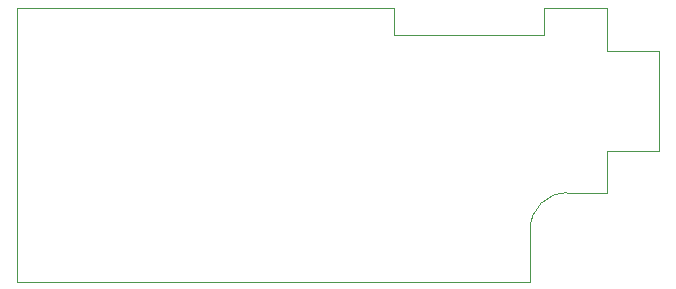
<source format=gm1>
G04 #@! TF.GenerationSoftware,KiCad,Pcbnew,(5.1.4)-1*
G04 #@! TF.CreationDate,2020-02-28T01:17:17+00:00*
G04 #@! TF.ProjectId,buffer,62756666-6572-42e6-9b69-6361645f7063,rev?*
G04 #@! TF.SameCoordinates,Original*
G04 #@! TF.FileFunction,Profile,NP*
%FSLAX46Y46*%
G04 Gerber Fmt 4.6, Leading zero omitted, Abs format (unit mm)*
G04 Created by KiCad (PCBNEW (5.1.4)-1) date 2020-02-28 01:17:17*
%MOMM*%
%LPD*%
G04 APERTURE LIST*
%ADD10C,0.100000*%
G04 APERTURE END LIST*
D10*
X77488600Y-43441620D02*
X77488600Y-46974760D01*
X81933600Y-34963100D02*
X81933600Y-43441620D01*
X77488600Y-31328360D02*
X77488600Y-34963100D01*
X74135799Y-46974760D02*
X77488600Y-46974760D01*
X71011181Y-50048160D02*
X71011600Y-54493160D01*
X81933600Y-43441620D02*
X77488600Y-43441620D01*
X81933600Y-34963100D02*
X77488600Y-34963100D01*
X72154600Y-31328360D02*
X77488600Y-31328360D01*
X27526800Y-54493160D02*
X71011600Y-54493160D01*
X72154600Y-33588960D02*
X72154600Y-31328360D01*
X71367200Y-33588960D02*
X72154600Y-33588960D01*
X71367200Y-33588960D02*
X59480000Y-33588960D01*
X59480000Y-33588960D02*
X59480000Y-32826960D01*
X59480000Y-31302960D02*
X59480000Y-32826960D01*
X27526800Y-31302960D02*
X59480000Y-31302960D01*
X27526800Y-31302960D02*
X27526800Y-54493160D01*
X71011181Y-50048160D02*
G75*
G02X74135799Y-46974760I3073819J1D01*
G01*
M02*

</source>
